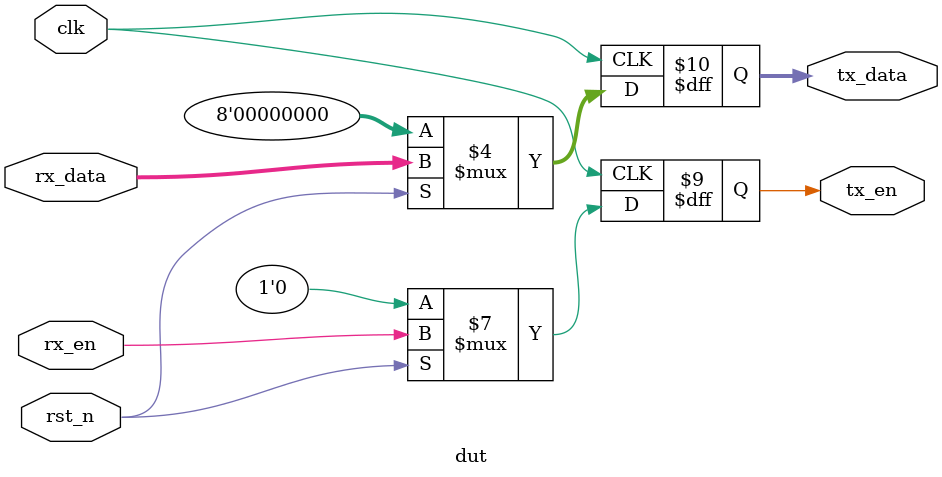
<source format=sv>

module dut #(
    DATA_WIDTH      =      8
) (
    input   wire                              clk             ,
    input   wire                              rst_n           ,

    input   wire                              rx_en           ,
    input   wire      [DATA_WIDTH-1:0]        rx_data         ,

    output  reg                               tx_en           ,
    output  reg       [DATA_WIDTH-1:0]        tx_data           
);
    

    always@(posedge clk ) begin
        if ( !rst_n )begin
            tx_en           <=      1'b0                        ;
            tx_data         <=      {DATA_WIDTH{1'b0}}          ; 
        end 
        else begin
            tx_en           <=      rx_en                       ;
            tx_data         <=      rx_data                     ; 
        end
    end
endmodule

</source>
